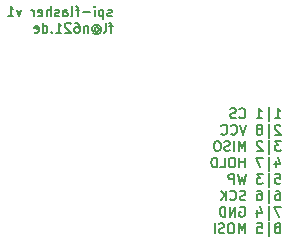
<source format=gbr>
G04 #@! TF.GenerationSoftware,KiCad,Pcbnew,5.1.4*
G04 #@! TF.CreationDate,2019-09-23T19:58:19+02:00*
G04 #@! TF.ProjectId,spiflash,73706966-6c61-4736-982e-6b696361645f,rev?*
G04 #@! TF.SameCoordinates,PX5f5e100PY4a62f80*
G04 #@! TF.FileFunction,Legend,Bot*
G04 #@! TF.FilePolarity,Positive*
%FSLAX46Y46*%
G04 Gerber Fmt 4.6, Leading zero omitted, Abs format (unit mm)*
G04 Created by KiCad (PCBNEW 5.1.4) date 2019-09-23 19:58:19*
%MOMM*%
%LPD*%
G04 APERTURE LIST*
%ADD10C,0.160000*%
G04 APERTURE END LIST*
D10*
X27071238Y-10105952D02*
X27539809Y-10105952D01*
X27305523Y-10105952D02*
X27305523Y-9285952D01*
X27383619Y-9403095D01*
X27461714Y-9481190D01*
X27539809Y-9520238D01*
X26524571Y-10379285D02*
X26524571Y-9207857D01*
X25509333Y-10105952D02*
X25977904Y-10105952D01*
X25743619Y-10105952D02*
X25743619Y-9285952D01*
X25821714Y-9403095D01*
X25899809Y-9481190D01*
X25977904Y-9520238D01*
X24064571Y-10027857D02*
X24103619Y-10066904D01*
X24220761Y-10105952D01*
X24298857Y-10105952D01*
X24416000Y-10066904D01*
X24494095Y-9988809D01*
X24533142Y-9910714D01*
X24572190Y-9754523D01*
X24572190Y-9637380D01*
X24533142Y-9481190D01*
X24494095Y-9403095D01*
X24416000Y-9325000D01*
X24298857Y-9285952D01*
X24220761Y-9285952D01*
X24103619Y-9325000D01*
X24064571Y-9364047D01*
X23752190Y-10066904D02*
X23635047Y-10105952D01*
X23439809Y-10105952D01*
X23361714Y-10066904D01*
X23322666Y-10027857D01*
X23283619Y-9949761D01*
X23283619Y-9871666D01*
X23322666Y-9793571D01*
X23361714Y-9754523D01*
X23439809Y-9715476D01*
X23596000Y-9676428D01*
X23674095Y-9637380D01*
X23713142Y-9598333D01*
X23752190Y-9520238D01*
X23752190Y-9442142D01*
X23713142Y-9364047D01*
X23674095Y-9325000D01*
X23596000Y-9285952D01*
X23400761Y-9285952D01*
X23283619Y-9325000D01*
X27539809Y-10754047D02*
X27500761Y-10715000D01*
X27422666Y-10675952D01*
X27227428Y-10675952D01*
X27149333Y-10715000D01*
X27110285Y-10754047D01*
X27071238Y-10832142D01*
X27071238Y-10910238D01*
X27110285Y-11027380D01*
X27578857Y-11495952D01*
X27071238Y-11495952D01*
X26524571Y-11769285D02*
X26524571Y-10597857D01*
X25821714Y-11027380D02*
X25899809Y-10988333D01*
X25938857Y-10949285D01*
X25977904Y-10871190D01*
X25977904Y-10832142D01*
X25938857Y-10754047D01*
X25899809Y-10715000D01*
X25821714Y-10675952D01*
X25665523Y-10675952D01*
X25587428Y-10715000D01*
X25548380Y-10754047D01*
X25509333Y-10832142D01*
X25509333Y-10871190D01*
X25548380Y-10949285D01*
X25587428Y-10988333D01*
X25665523Y-11027380D01*
X25821714Y-11027380D01*
X25899809Y-11066428D01*
X25938857Y-11105476D01*
X25977904Y-11183571D01*
X25977904Y-11339761D01*
X25938857Y-11417857D01*
X25899809Y-11456904D01*
X25821714Y-11495952D01*
X25665523Y-11495952D01*
X25587428Y-11456904D01*
X25548380Y-11417857D01*
X25509333Y-11339761D01*
X25509333Y-11183571D01*
X25548380Y-11105476D01*
X25587428Y-11066428D01*
X25665523Y-11027380D01*
X24650285Y-10675952D02*
X24376952Y-11495952D01*
X24103619Y-10675952D01*
X23361714Y-11417857D02*
X23400761Y-11456904D01*
X23517904Y-11495952D01*
X23596000Y-11495952D01*
X23713142Y-11456904D01*
X23791238Y-11378809D01*
X23830285Y-11300714D01*
X23869333Y-11144523D01*
X23869333Y-11027380D01*
X23830285Y-10871190D01*
X23791238Y-10793095D01*
X23713142Y-10715000D01*
X23596000Y-10675952D01*
X23517904Y-10675952D01*
X23400761Y-10715000D01*
X23361714Y-10754047D01*
X22541714Y-11417857D02*
X22580761Y-11456904D01*
X22697904Y-11495952D01*
X22776000Y-11495952D01*
X22893142Y-11456904D01*
X22971238Y-11378809D01*
X23010285Y-11300714D01*
X23049333Y-11144523D01*
X23049333Y-11027380D01*
X23010285Y-10871190D01*
X22971238Y-10793095D01*
X22893142Y-10715000D01*
X22776000Y-10675952D01*
X22697904Y-10675952D01*
X22580761Y-10715000D01*
X22541714Y-10754047D01*
X27578857Y-12065952D02*
X27071238Y-12065952D01*
X27344571Y-12378333D01*
X27227428Y-12378333D01*
X27149333Y-12417380D01*
X27110285Y-12456428D01*
X27071238Y-12534523D01*
X27071238Y-12729761D01*
X27110285Y-12807857D01*
X27149333Y-12846904D01*
X27227428Y-12885952D01*
X27461714Y-12885952D01*
X27539809Y-12846904D01*
X27578857Y-12807857D01*
X26524571Y-13159285D02*
X26524571Y-11987857D01*
X25977904Y-12144047D02*
X25938857Y-12105000D01*
X25860761Y-12065952D01*
X25665523Y-12065952D01*
X25587428Y-12105000D01*
X25548380Y-12144047D01*
X25509333Y-12222142D01*
X25509333Y-12300238D01*
X25548380Y-12417380D01*
X26016952Y-12885952D01*
X25509333Y-12885952D01*
X24533142Y-12885952D02*
X24533142Y-12065952D01*
X24259809Y-12651666D01*
X23986476Y-12065952D01*
X23986476Y-12885952D01*
X23596000Y-12885952D02*
X23596000Y-12065952D01*
X23244571Y-12846904D02*
X23127428Y-12885952D01*
X22932190Y-12885952D01*
X22854095Y-12846904D01*
X22815047Y-12807857D01*
X22776000Y-12729761D01*
X22776000Y-12651666D01*
X22815047Y-12573571D01*
X22854095Y-12534523D01*
X22932190Y-12495476D01*
X23088380Y-12456428D01*
X23166476Y-12417380D01*
X23205523Y-12378333D01*
X23244571Y-12300238D01*
X23244571Y-12222142D01*
X23205523Y-12144047D01*
X23166476Y-12105000D01*
X23088380Y-12065952D01*
X22893142Y-12065952D01*
X22776000Y-12105000D01*
X22268380Y-12065952D02*
X22112190Y-12065952D01*
X22034095Y-12105000D01*
X21956000Y-12183095D01*
X21916952Y-12339285D01*
X21916952Y-12612619D01*
X21956000Y-12768809D01*
X22034095Y-12846904D01*
X22112190Y-12885952D01*
X22268380Y-12885952D01*
X22346476Y-12846904D01*
X22424571Y-12768809D01*
X22463619Y-12612619D01*
X22463619Y-12339285D01*
X22424571Y-12183095D01*
X22346476Y-12105000D01*
X22268380Y-12065952D01*
X27149333Y-13729285D02*
X27149333Y-14275952D01*
X27344571Y-13416904D02*
X27539809Y-14002619D01*
X27032190Y-14002619D01*
X26524571Y-14549285D02*
X26524571Y-13377857D01*
X26016952Y-13455952D02*
X25470285Y-13455952D01*
X25821714Y-14275952D01*
X24533142Y-14275952D02*
X24533142Y-13455952D01*
X24533142Y-13846428D02*
X24064571Y-13846428D01*
X24064571Y-14275952D02*
X24064571Y-13455952D01*
X23517904Y-13455952D02*
X23361714Y-13455952D01*
X23283619Y-13495000D01*
X23205523Y-13573095D01*
X23166476Y-13729285D01*
X23166476Y-14002619D01*
X23205523Y-14158809D01*
X23283619Y-14236904D01*
X23361714Y-14275952D01*
X23517904Y-14275952D01*
X23596000Y-14236904D01*
X23674095Y-14158809D01*
X23713142Y-14002619D01*
X23713142Y-13729285D01*
X23674095Y-13573095D01*
X23596000Y-13495000D01*
X23517904Y-13455952D01*
X22424571Y-14275952D02*
X22815047Y-14275952D01*
X22815047Y-13455952D01*
X22151238Y-14275952D02*
X22151238Y-13455952D01*
X21956000Y-13455952D01*
X21838857Y-13495000D01*
X21760761Y-13573095D01*
X21721714Y-13651190D01*
X21682666Y-13807380D01*
X21682666Y-13924523D01*
X21721714Y-14080714D01*
X21760761Y-14158809D01*
X21838857Y-14236904D01*
X21956000Y-14275952D01*
X22151238Y-14275952D01*
X27110285Y-14845952D02*
X27500761Y-14845952D01*
X27539809Y-15236428D01*
X27500761Y-15197380D01*
X27422666Y-15158333D01*
X27227428Y-15158333D01*
X27149333Y-15197380D01*
X27110285Y-15236428D01*
X27071238Y-15314523D01*
X27071238Y-15509761D01*
X27110285Y-15587857D01*
X27149333Y-15626904D01*
X27227428Y-15665952D01*
X27422666Y-15665952D01*
X27500761Y-15626904D01*
X27539809Y-15587857D01*
X26524571Y-15939285D02*
X26524571Y-14767857D01*
X26016952Y-14845952D02*
X25509333Y-14845952D01*
X25782666Y-15158333D01*
X25665523Y-15158333D01*
X25587428Y-15197380D01*
X25548380Y-15236428D01*
X25509333Y-15314523D01*
X25509333Y-15509761D01*
X25548380Y-15587857D01*
X25587428Y-15626904D01*
X25665523Y-15665952D01*
X25899809Y-15665952D01*
X25977904Y-15626904D01*
X26016952Y-15587857D01*
X24611238Y-14845952D02*
X24416000Y-15665952D01*
X24259809Y-15080238D01*
X24103619Y-15665952D01*
X23908380Y-14845952D01*
X23596000Y-15665952D02*
X23596000Y-14845952D01*
X23283619Y-14845952D01*
X23205523Y-14885000D01*
X23166476Y-14924047D01*
X23127428Y-15002142D01*
X23127428Y-15119285D01*
X23166476Y-15197380D01*
X23205523Y-15236428D01*
X23283619Y-15275476D01*
X23596000Y-15275476D01*
X27149333Y-16235952D02*
X27305523Y-16235952D01*
X27383619Y-16275000D01*
X27422666Y-16314047D01*
X27500761Y-16431190D01*
X27539809Y-16587380D01*
X27539809Y-16899761D01*
X27500761Y-16977857D01*
X27461714Y-17016904D01*
X27383619Y-17055952D01*
X27227428Y-17055952D01*
X27149333Y-17016904D01*
X27110285Y-16977857D01*
X27071238Y-16899761D01*
X27071238Y-16704523D01*
X27110285Y-16626428D01*
X27149333Y-16587380D01*
X27227428Y-16548333D01*
X27383619Y-16548333D01*
X27461714Y-16587380D01*
X27500761Y-16626428D01*
X27539809Y-16704523D01*
X26524571Y-17329285D02*
X26524571Y-16157857D01*
X25587428Y-16235952D02*
X25743619Y-16235952D01*
X25821714Y-16275000D01*
X25860761Y-16314047D01*
X25938857Y-16431190D01*
X25977904Y-16587380D01*
X25977904Y-16899761D01*
X25938857Y-16977857D01*
X25899809Y-17016904D01*
X25821714Y-17055952D01*
X25665523Y-17055952D01*
X25587428Y-17016904D01*
X25548380Y-16977857D01*
X25509333Y-16899761D01*
X25509333Y-16704523D01*
X25548380Y-16626428D01*
X25587428Y-16587380D01*
X25665523Y-16548333D01*
X25821714Y-16548333D01*
X25899809Y-16587380D01*
X25938857Y-16626428D01*
X25977904Y-16704523D01*
X24572190Y-17016904D02*
X24455047Y-17055952D01*
X24259809Y-17055952D01*
X24181714Y-17016904D01*
X24142666Y-16977857D01*
X24103619Y-16899761D01*
X24103619Y-16821666D01*
X24142666Y-16743571D01*
X24181714Y-16704523D01*
X24259809Y-16665476D01*
X24416000Y-16626428D01*
X24494095Y-16587380D01*
X24533142Y-16548333D01*
X24572190Y-16470238D01*
X24572190Y-16392142D01*
X24533142Y-16314047D01*
X24494095Y-16275000D01*
X24416000Y-16235952D01*
X24220761Y-16235952D01*
X24103619Y-16275000D01*
X23283619Y-16977857D02*
X23322666Y-17016904D01*
X23439809Y-17055952D01*
X23517904Y-17055952D01*
X23635047Y-17016904D01*
X23713142Y-16938809D01*
X23752190Y-16860714D01*
X23791238Y-16704523D01*
X23791238Y-16587380D01*
X23752190Y-16431190D01*
X23713142Y-16353095D01*
X23635047Y-16275000D01*
X23517904Y-16235952D01*
X23439809Y-16235952D01*
X23322666Y-16275000D01*
X23283619Y-16314047D01*
X22932190Y-17055952D02*
X22932190Y-16235952D01*
X22463619Y-17055952D02*
X22815047Y-16587380D01*
X22463619Y-16235952D02*
X22932190Y-16704523D01*
X27578857Y-17625952D02*
X27032190Y-17625952D01*
X27383619Y-18445952D01*
X26524571Y-18719285D02*
X26524571Y-17547857D01*
X25587428Y-17899285D02*
X25587428Y-18445952D01*
X25782666Y-17586904D02*
X25977904Y-18172619D01*
X25470285Y-18172619D01*
X24103619Y-17665000D02*
X24181714Y-17625952D01*
X24298857Y-17625952D01*
X24416000Y-17665000D01*
X24494095Y-17743095D01*
X24533142Y-17821190D01*
X24572190Y-17977380D01*
X24572190Y-18094523D01*
X24533142Y-18250714D01*
X24494095Y-18328809D01*
X24416000Y-18406904D01*
X24298857Y-18445952D01*
X24220761Y-18445952D01*
X24103619Y-18406904D01*
X24064571Y-18367857D01*
X24064571Y-18094523D01*
X24220761Y-18094523D01*
X23713142Y-18445952D02*
X23713142Y-17625952D01*
X23244571Y-18445952D01*
X23244571Y-17625952D01*
X22854095Y-18445952D02*
X22854095Y-17625952D01*
X22658857Y-17625952D01*
X22541714Y-17665000D01*
X22463619Y-17743095D01*
X22424571Y-17821190D01*
X22385523Y-17977380D01*
X22385523Y-18094523D01*
X22424571Y-18250714D01*
X22463619Y-18328809D01*
X22541714Y-18406904D01*
X22658857Y-18445952D01*
X22854095Y-18445952D01*
X27383619Y-19367380D02*
X27461714Y-19328333D01*
X27500761Y-19289285D01*
X27539809Y-19211190D01*
X27539809Y-19172142D01*
X27500761Y-19094047D01*
X27461714Y-19055000D01*
X27383619Y-19015952D01*
X27227428Y-19015952D01*
X27149333Y-19055000D01*
X27110285Y-19094047D01*
X27071238Y-19172142D01*
X27071238Y-19211190D01*
X27110285Y-19289285D01*
X27149333Y-19328333D01*
X27227428Y-19367380D01*
X27383619Y-19367380D01*
X27461714Y-19406428D01*
X27500761Y-19445476D01*
X27539809Y-19523571D01*
X27539809Y-19679761D01*
X27500761Y-19757857D01*
X27461714Y-19796904D01*
X27383619Y-19835952D01*
X27227428Y-19835952D01*
X27149333Y-19796904D01*
X27110285Y-19757857D01*
X27071238Y-19679761D01*
X27071238Y-19523571D01*
X27110285Y-19445476D01*
X27149333Y-19406428D01*
X27227428Y-19367380D01*
X26524571Y-20109285D02*
X26524571Y-18937857D01*
X25548380Y-19015952D02*
X25938857Y-19015952D01*
X25977904Y-19406428D01*
X25938857Y-19367380D01*
X25860761Y-19328333D01*
X25665523Y-19328333D01*
X25587428Y-19367380D01*
X25548380Y-19406428D01*
X25509333Y-19484523D01*
X25509333Y-19679761D01*
X25548380Y-19757857D01*
X25587428Y-19796904D01*
X25665523Y-19835952D01*
X25860761Y-19835952D01*
X25938857Y-19796904D01*
X25977904Y-19757857D01*
X24533142Y-19835952D02*
X24533142Y-19015952D01*
X24259809Y-19601666D01*
X23986476Y-19015952D01*
X23986476Y-19835952D01*
X23439809Y-19015952D02*
X23283619Y-19015952D01*
X23205523Y-19055000D01*
X23127428Y-19133095D01*
X23088380Y-19289285D01*
X23088380Y-19562619D01*
X23127428Y-19718809D01*
X23205523Y-19796904D01*
X23283619Y-19835952D01*
X23439809Y-19835952D01*
X23517904Y-19796904D01*
X23596000Y-19718809D01*
X23635047Y-19562619D01*
X23635047Y-19289285D01*
X23596000Y-19133095D01*
X23517904Y-19055000D01*
X23439809Y-19015952D01*
X22776000Y-19796904D02*
X22658857Y-19835952D01*
X22463619Y-19835952D01*
X22385523Y-19796904D01*
X22346476Y-19757857D01*
X22307428Y-19679761D01*
X22307428Y-19601666D01*
X22346476Y-19523571D01*
X22385523Y-19484523D01*
X22463619Y-19445476D01*
X22619809Y-19406428D01*
X22697904Y-19367380D01*
X22736952Y-19328333D01*
X22776000Y-19250238D01*
X22776000Y-19172142D01*
X22736952Y-19094047D01*
X22697904Y-19055000D01*
X22619809Y-19015952D01*
X22424571Y-19015952D01*
X22307428Y-19055000D01*
X21956000Y-19835952D02*
X21956000Y-19015952D01*
X13239809Y-1436904D02*
X13161714Y-1475952D01*
X13005523Y-1475952D01*
X12927428Y-1436904D01*
X12888380Y-1358809D01*
X12888380Y-1319761D01*
X12927428Y-1241666D01*
X13005523Y-1202619D01*
X13122666Y-1202619D01*
X13200761Y-1163571D01*
X13239809Y-1085476D01*
X13239809Y-1046428D01*
X13200761Y-968333D01*
X13122666Y-929285D01*
X13005523Y-929285D01*
X12927428Y-968333D01*
X12536952Y-929285D02*
X12536952Y-1749285D01*
X12536952Y-968333D02*
X12458857Y-929285D01*
X12302666Y-929285D01*
X12224571Y-968333D01*
X12185523Y-1007380D01*
X12146476Y-1085476D01*
X12146476Y-1319761D01*
X12185523Y-1397857D01*
X12224571Y-1436904D01*
X12302666Y-1475952D01*
X12458857Y-1475952D01*
X12536952Y-1436904D01*
X11795047Y-1475952D02*
X11795047Y-929285D01*
X11795047Y-655952D02*
X11834095Y-695000D01*
X11795047Y-734047D01*
X11756000Y-695000D01*
X11795047Y-655952D01*
X11795047Y-734047D01*
X11404571Y-1163571D02*
X10779809Y-1163571D01*
X10506476Y-929285D02*
X10194095Y-929285D01*
X10389333Y-1475952D02*
X10389333Y-773095D01*
X10350285Y-695000D01*
X10272190Y-655952D01*
X10194095Y-655952D01*
X9803619Y-1475952D02*
X9881714Y-1436904D01*
X9920761Y-1358809D01*
X9920761Y-655952D01*
X9139809Y-1475952D02*
X9139809Y-1046428D01*
X9178857Y-968333D01*
X9256952Y-929285D01*
X9413142Y-929285D01*
X9491238Y-968333D01*
X9139809Y-1436904D02*
X9217904Y-1475952D01*
X9413142Y-1475952D01*
X9491238Y-1436904D01*
X9530285Y-1358809D01*
X9530285Y-1280714D01*
X9491238Y-1202619D01*
X9413142Y-1163571D01*
X9217904Y-1163571D01*
X9139809Y-1124523D01*
X8788380Y-1436904D02*
X8710285Y-1475952D01*
X8554095Y-1475952D01*
X8476000Y-1436904D01*
X8436952Y-1358809D01*
X8436952Y-1319761D01*
X8476000Y-1241666D01*
X8554095Y-1202619D01*
X8671238Y-1202619D01*
X8749333Y-1163571D01*
X8788380Y-1085476D01*
X8788380Y-1046428D01*
X8749333Y-968333D01*
X8671238Y-929285D01*
X8554095Y-929285D01*
X8476000Y-968333D01*
X8085523Y-1475952D02*
X8085523Y-655952D01*
X7734095Y-1475952D02*
X7734095Y-1046428D01*
X7773142Y-968333D01*
X7851238Y-929285D01*
X7968380Y-929285D01*
X8046476Y-968333D01*
X8085523Y-1007380D01*
X7031238Y-1436904D02*
X7109333Y-1475952D01*
X7265523Y-1475952D01*
X7343619Y-1436904D01*
X7382666Y-1358809D01*
X7382666Y-1046428D01*
X7343619Y-968333D01*
X7265523Y-929285D01*
X7109333Y-929285D01*
X7031238Y-968333D01*
X6992190Y-1046428D01*
X6992190Y-1124523D01*
X7382666Y-1202619D01*
X6640761Y-1475952D02*
X6640761Y-929285D01*
X6640761Y-1085476D02*
X6601714Y-1007380D01*
X6562666Y-968333D01*
X6484571Y-929285D01*
X6406476Y-929285D01*
X5586476Y-929285D02*
X5391238Y-1475952D01*
X5196000Y-929285D01*
X4454095Y-1475952D02*
X4922666Y-1475952D01*
X4688380Y-1475952D02*
X4688380Y-655952D01*
X4766476Y-773095D01*
X4844571Y-851190D01*
X4922666Y-890238D01*
X13317904Y-2319285D02*
X13005523Y-2319285D01*
X13200761Y-2865952D02*
X13200761Y-2163095D01*
X13161714Y-2085000D01*
X13083619Y-2045952D01*
X13005523Y-2045952D01*
X12615047Y-2865952D02*
X12693142Y-2826904D01*
X12732190Y-2748809D01*
X12732190Y-2045952D01*
X11795047Y-2475476D02*
X11834095Y-2436428D01*
X11912190Y-2397380D01*
X11990285Y-2397380D01*
X12068380Y-2436428D01*
X12107428Y-2475476D01*
X12146476Y-2553571D01*
X12146476Y-2631666D01*
X12107428Y-2709761D01*
X12068380Y-2748809D01*
X11990285Y-2787857D01*
X11912190Y-2787857D01*
X11834095Y-2748809D01*
X11795047Y-2709761D01*
X11795047Y-2397380D02*
X11795047Y-2709761D01*
X11756000Y-2748809D01*
X11716952Y-2748809D01*
X11638857Y-2709761D01*
X11599809Y-2631666D01*
X11599809Y-2436428D01*
X11677904Y-2319285D01*
X11795047Y-2241190D01*
X11951238Y-2202142D01*
X12107428Y-2241190D01*
X12224571Y-2319285D01*
X12302666Y-2436428D01*
X12341714Y-2592619D01*
X12302666Y-2748809D01*
X12224571Y-2865952D01*
X12107428Y-2944047D01*
X11951238Y-2983095D01*
X11795047Y-2944047D01*
X11677904Y-2865952D01*
X11248380Y-2319285D02*
X11248380Y-2865952D01*
X11248380Y-2397380D02*
X11209333Y-2358333D01*
X11131238Y-2319285D01*
X11014095Y-2319285D01*
X10936000Y-2358333D01*
X10896952Y-2436428D01*
X10896952Y-2865952D01*
X10155047Y-2045952D02*
X10311238Y-2045952D01*
X10389333Y-2085000D01*
X10428380Y-2124047D01*
X10506476Y-2241190D01*
X10545523Y-2397380D01*
X10545523Y-2709761D01*
X10506476Y-2787857D01*
X10467428Y-2826904D01*
X10389333Y-2865952D01*
X10233142Y-2865952D01*
X10155047Y-2826904D01*
X10116000Y-2787857D01*
X10076952Y-2709761D01*
X10076952Y-2514523D01*
X10116000Y-2436428D01*
X10155047Y-2397380D01*
X10233142Y-2358333D01*
X10389333Y-2358333D01*
X10467428Y-2397380D01*
X10506476Y-2436428D01*
X10545523Y-2514523D01*
X9764571Y-2124047D02*
X9725523Y-2085000D01*
X9647428Y-2045952D01*
X9452190Y-2045952D01*
X9374095Y-2085000D01*
X9335047Y-2124047D01*
X9296000Y-2202142D01*
X9296000Y-2280238D01*
X9335047Y-2397380D01*
X9803619Y-2865952D01*
X9296000Y-2865952D01*
X8515047Y-2865952D02*
X8983619Y-2865952D01*
X8749333Y-2865952D02*
X8749333Y-2045952D01*
X8827428Y-2163095D01*
X8905523Y-2241190D01*
X8983619Y-2280238D01*
X8163619Y-2787857D02*
X8124571Y-2826904D01*
X8163619Y-2865952D01*
X8202666Y-2826904D01*
X8163619Y-2787857D01*
X8163619Y-2865952D01*
X7421714Y-2865952D02*
X7421714Y-2045952D01*
X7421714Y-2826904D02*
X7499809Y-2865952D01*
X7656000Y-2865952D01*
X7734095Y-2826904D01*
X7773142Y-2787857D01*
X7812190Y-2709761D01*
X7812190Y-2475476D01*
X7773142Y-2397380D01*
X7734095Y-2358333D01*
X7656000Y-2319285D01*
X7499809Y-2319285D01*
X7421714Y-2358333D01*
X6718857Y-2826904D02*
X6796952Y-2865952D01*
X6953142Y-2865952D01*
X7031238Y-2826904D01*
X7070285Y-2748809D01*
X7070285Y-2436428D01*
X7031238Y-2358333D01*
X6953142Y-2319285D01*
X6796952Y-2319285D01*
X6718857Y-2358333D01*
X6679809Y-2436428D01*
X6679809Y-2514523D01*
X7070285Y-2592619D01*
M02*

</source>
